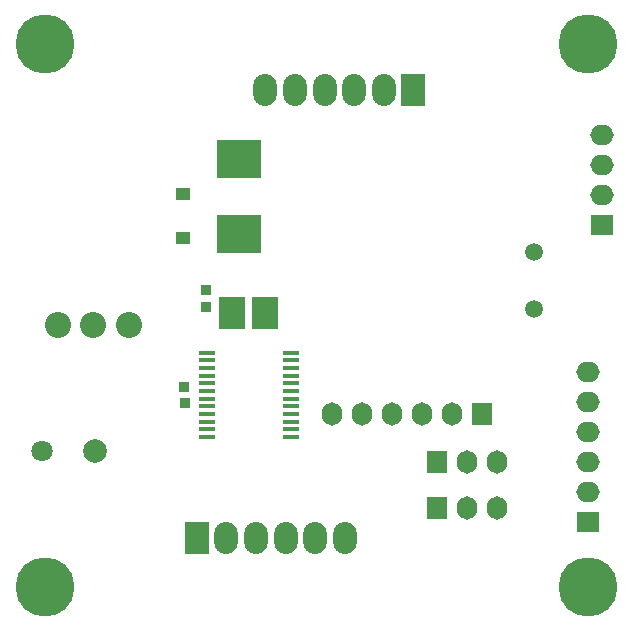
<source format=gbs>
G04*
G04 #@! TF.GenerationSoftware,Altium Limited,Altium Designer,19.1.8 (144)*
G04*
G04 Layer_Color=16711935*
%FSLAX44Y44*%
%MOMM*%
G71*
G01*
G75*
%ADD38R,0.9652X0.9652*%
%ADD56R,1.7272X1.9812*%
%ADD57O,1.7272X1.9812*%
%ADD58C,5.0000*%
%ADD59O,2.0032X2.7032*%
%ADD60R,2.0032X2.7032*%
%ADD61C,2.2032*%
%ADD62O,1.9812X1.7272*%
%ADD63R,1.9812X1.7272*%
%ADD64C,1.5032*%
%ADD65C,2.0032*%
%ADD66C,1.8032*%
%ADD91R,2.2032X2.7432*%
%ADD92O,1.4256X0.4096*%
%ADD93R,3.7032X3.2032*%
%ADD94R,1.2032X1.0032*%
%ADD95R,1.2032X1.0032*%
D38*
X628250Y619750D02*
D03*
X628504Y605780D02*
D03*
X646504Y687780D02*
D03*
X646250Y701750D02*
D03*
D56*
X842600Y556000D02*
D03*
Y517000D02*
D03*
X880110Y596900D02*
D03*
D57*
X868000Y556000D02*
D03*
X893400D02*
D03*
X868000Y517000D02*
D03*
X893400D02*
D03*
X778510Y596900D02*
D03*
X803910D02*
D03*
X829310D02*
D03*
X854710D02*
D03*
X753110D02*
D03*
D58*
X970000Y910000D02*
D03*
Y450000D02*
D03*
X510000Y910000D02*
D03*
Y450000D02*
D03*
D59*
X722000Y871500D02*
D03*
X697000D02*
D03*
X747000D02*
D03*
X772000D02*
D03*
X797000D02*
D03*
X739000Y491500D02*
D03*
X764000D02*
D03*
X714000D02*
D03*
X689000D02*
D03*
X664000D02*
D03*
D60*
X822000Y871500D02*
D03*
X639000Y491500D02*
D03*
D61*
X551180Y671830D02*
D03*
X521180D02*
D03*
X581180D02*
D03*
D62*
X970000Y607400D02*
D03*
Y582000D02*
D03*
Y556600D02*
D03*
Y531200D02*
D03*
Y632800D02*
D03*
X981710Y833120D02*
D03*
Y807720D02*
D03*
Y782320D02*
D03*
D63*
X970000Y505800D02*
D03*
X981710Y756920D02*
D03*
D64*
X924560Y734060D02*
D03*
Y686060D02*
D03*
D65*
X552960Y565500D02*
D03*
D66*
X507960D02*
D03*
D91*
X668758Y682516D02*
D03*
X696228D02*
D03*
D92*
X647129Y577249D02*
D03*
Y583749D02*
D03*
Y590249D02*
D03*
Y596749D02*
D03*
Y603249D02*
D03*
Y609749D02*
D03*
Y616249D02*
D03*
Y622751D02*
D03*
Y629251D02*
D03*
Y635751D02*
D03*
Y642251D02*
D03*
Y648751D02*
D03*
X718371Y577249D02*
D03*
Y583749D02*
D03*
Y590249D02*
D03*
Y596749D02*
D03*
Y603249D02*
D03*
Y609749D02*
D03*
Y616249D02*
D03*
Y622751D02*
D03*
Y629251D02*
D03*
Y635751D02*
D03*
Y642251D02*
D03*
Y648751D02*
D03*
D93*
X674370Y812800D02*
D03*
Y749300D02*
D03*
D94*
X627380Y782828D02*
D03*
D95*
Y746252D02*
D03*
M02*

</source>
